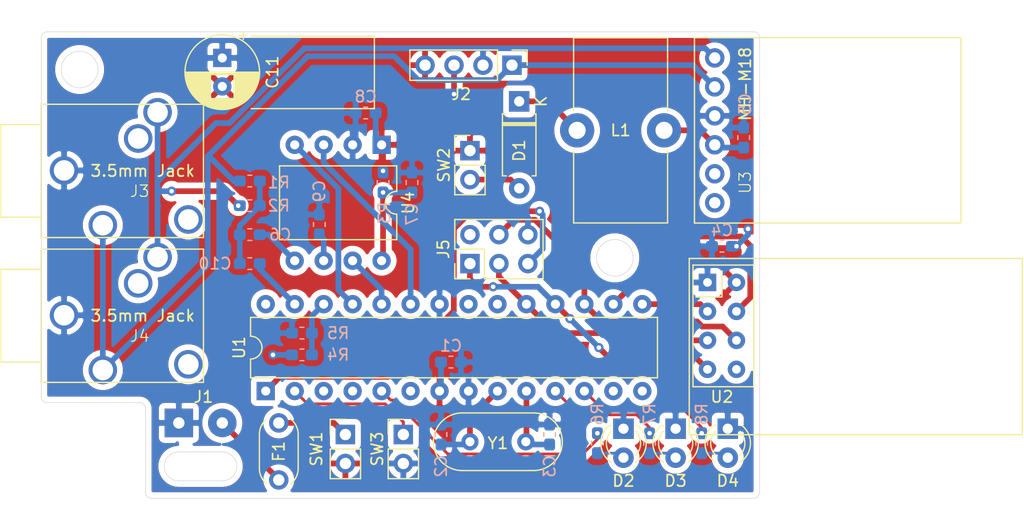
<source format=kicad_pcb>
(kicad_pcb (version 20171130) (host pcbnew 5.1.5-52549c5~84~ubuntu18.04.1)
  (layers (0 F.Cu signal) (31 B.Cu signal) (34 B.Paste user) (35 F.Paste user) (36 B.SilkS user) (37 F.SilkS user) (38 B.Mask user) (39 F.Mask user) (44 Edge.Cuts user))
  (net 0 "")
  (net 1 GND)
  (net 2 VCC)
  (net 3 "Net-(C2-Pad2)")
  (net 4 "Net-(C3-Pad2)")
  (net 5 "Net-(C5-Pad1)")
  (net 6 AUDIO)
  (net 7 "Net-(C7-Pad2)")
  (net 8 "Net-(C9-Pad2)")
  (net 9 "Net-(F1-Pad1)")
  (net 10 "Net-(F1-Pad2)")
  (net 11 "Net-(J2-Pad2)")
  (net 12 BATMONITOR)
  (net 13 Radio1)
  (net 14 Radio2)
  (net 15 "Net-(U1-Pad3)")
  (net 16 Radio5)
  (net 17 "Net-(U1-Pad6)")
  (net 18 "Net-(U1-Pad20)")
  (net 19 "Net-(U1-Pad21)")
  (net 20 EQOUT)
  (net 21 EQRESET)
  (net 22 EQSTROBE)
  (net 23 "Net-(U1-Pad13)")
  (net 24 "Net-(U1-Pad14)")
  (net 25 "Net-(U1-Pad28)")
  (net 26 "Net-(U2-Pad8)")
  (net 27 "Net-(U3-Pad1)")
  (net 28 "Net-(U3-Pad2)")
  (net 29 "Net-(J2-Pad1)")
  (net 30 "Net-(C6-Pad1)")
  (net 31 "Net-(C10-Pad2)")
  (net 32 "Net-(D1-Pad1)")
  (net 33 "Net-(D1-Pad2)")
  (net 34 "Net-(U1-Pad4)")
  (net 35 MISO)
  (net 36 VTG)
  (net 37 MOSI)
  (net 38 RST)
  (net 39 "Net-(D2-Pad2)")
  (net 40 "Net-(D3-Pad2)")
  (net 41 "Net-(D4-Pad2)")
  (net 42 "Net-(R6-Pad1)")
  (net 43 "Net-(R7-Pad1)")
  (net 44 "Net-(R8-Pad1)")
  (net 45 "Net-(SW3-Pad1)")
  (module Connector_Wire:SolderWirePad_1x02_P3.81mm_Drill1mm (layer F.Cu) (at 90.805 86.614)
    (fp_text reference J1 (at 2.159 -2.286) (layer F.SilkS))
    (fp_text value Conn_01x02)
    (pad 1 thru_hole rect (at 0 0) (size 2.49936 2.49936) (drill 1.00076) (layers *.Cu *.Mask) (net 1 GND))
    (pad 2 thru_hole circle (at 3.81 0) (size 2.49936 2.49936) (drill 1.00076) (layers *.Cu *.Mask) (net 10 "Net-(F1-Pad2)"))
  )
  (module Package_DIP:DIP-28_W7.62mm (layer F.Cu) (at 98.425 83.82 90)
    (fp_text reference U1 (at 3.81 -2.33 90) (layer F.SilkS))
    (fp_text value ATmega328P-PU)
    (pad 1 thru_hole rect (at 0 0 90) (size 1.6 1.6) (drill 0.8) (layers *.Cu *.Mask) (net 38 RST))
    (pad 15 thru_hole oval (at 7.62 33.02 90) (size 1.6 1.6) (drill 0.8) (layers *.Cu *.Mask) (net 13 Radio1))
    (pad 2 thru_hole oval (at 0 2.54 90) (size 1.6 1.6) (drill 0.8) (layers *.Cu *.Mask) (net 45 "Net-(SW3-Pad1)"))
    (pad 16 thru_hole oval (at 7.62 30.48 90) (size 1.6 1.6) (drill 0.8) (layers *.Cu *.Mask) (net 14 Radio2))
    (pad 3 thru_hole oval (at 0 5.08 90) (size 1.6 1.6) (drill 0.8) (layers *.Cu *.Mask) (net 15 "Net-(U1-Pad3)"))
    (pad 17 thru_hole oval (at 7.62 27.94 90) (size 1.6 1.6) (drill 0.8) (layers *.Cu *.Mask) (net 37 MOSI))
    (pad 4 thru_hole oval (at 0 7.62 90) (size 1.6 1.6) (drill 0.8) (layers *.Cu *.Mask) (net 34 "Net-(U1-Pad4)"))
    (pad 18 thru_hole oval (at 7.62 25.4 90) (size 1.6 1.6) (drill 0.8) (layers *.Cu *.Mask) (net 35 MISO))
    (pad 5 thru_hole oval (at 0 10.16 90) (size 1.6 1.6) (drill 0.8) (layers *.Cu *.Mask) (net 42 "Net-(R6-Pad1)"))
    (pad 19 thru_hole oval (at 7.62 22.86 90) (size 1.6 1.6) (drill 0.8) (layers *.Cu *.Mask) (net 16 Radio5))
    (pad 6 thru_hole oval (at 0 12.7 90) (size 1.6 1.6) (drill 0.8) (layers *.Cu *.Mask) (net 17 "Net-(U1-Pad6)"))
    (pad 20 thru_hole oval (at 7.62 20.32 90) (size 1.6 1.6) (drill 0.8) (layers *.Cu *.Mask) (net 18 "Net-(U1-Pad20)"))
    (pad 7 thru_hole oval (at 0 15.24 90) (size 1.6 1.6) (drill 0.8) (layers *.Cu *.Mask) (net 2 VCC))
    (pad 21 thru_hole oval (at 7.62 17.78 90) (size 1.6 1.6) (drill 0.8) (layers *.Cu *.Mask) (net 19 "Net-(U1-Pad21)"))
    (pad 8 thru_hole oval (at 0 17.78 90) (size 1.6 1.6) (drill 0.8) (layers *.Cu *.Mask) (net 1 GND))
    (pad 22 thru_hole oval (at 7.62 15.24 90) (size 1.6 1.6) (drill 0.8) (layers *.Cu *.Mask) (net 1 GND))
    (pad 9 thru_hole oval (at 0 20.32 90) (size 1.6 1.6) (drill 0.8) (layers *.Cu *.Mask) (net 3 "Net-(C2-Pad2)"))
    (pad 23 thru_hole oval (at 7.62 12.7 90) (size 1.6 1.6) (drill 0.8) (layers *.Cu *.Mask) (net 20 EQOUT))
    (pad 10 thru_hole oval (at 0 22.86 90) (size 1.6 1.6) (drill 0.8) (layers *.Cu *.Mask) (net 4 "Net-(C3-Pad2)"))
    (pad 24 thru_hole oval (at 7.62 10.16 90) (size 1.6 1.6) (drill 0.8) (layers *.Cu *.Mask) (net 21 EQRESET))
    (pad 11 thru_hole oval (at 0 25.4 90) (size 1.6 1.6) (drill 0.8) (layers *.Cu *.Mask) (net 43 "Net-(R7-Pad1)"))
    (pad 25 thru_hole oval (at 7.62 7.62 90) (size 1.6 1.6) (drill 0.8) (layers *.Cu *.Mask) (net 22 EQSTROBE))
    (pad 12 thru_hole oval (at 0 27.94 90) (size 1.6 1.6) (drill 0.8) (layers *.Cu *.Mask) (net 44 "Net-(R8-Pad1)"))
    (pad 26 thru_hole oval (at 7.62 5.08 90) (size 1.6 1.6) (drill 0.8) (layers *.Cu *.Mask) (net 12 BATMONITOR))
    (pad 13 thru_hole oval (at 0 30.48 90) (size 1.6 1.6) (drill 0.8) (layers *.Cu *.Mask) (net 23 "Net-(U1-Pad13)"))
    (pad 27 thru_hole oval (at 7.62 2.54 90) (size 1.6 1.6) (drill 0.8) (layers *.Cu *.Mask) (net 31 "Net-(C10-Pad2)"))
    (pad 14 thru_hole oval (at 0 33.02 90) (size 1.6 1.6) (drill 0.8) (layers *.Cu *.Mask) (net 24 "Net-(U1-Pad14)"))
    (pad 28 thru_hole oval (at 7.62 0 90) (size 1.6 1.6) (drill 0.8) (layers *.Cu *.Mask) (net 25 "Net-(U1-Pad28)"))
  )
  (module RF_Module:nRF24L01_Breakout (layer F.Cu) (at 137.16 74.295)
    (fp_text reference U2 (at 1.27 10.033 180) (layer F.SilkS))
    (fp_text value NRF24L01_Breakout)
    (pad 1 thru_hole rect (at 0 0) (size 1.524 1.524) (drill 0.762) (layers *.Cu *.Mask) (net 1 GND))
    (pad 2 thru_hole circle (at 2.54 0) (size 1.524 1.524) (drill 0.762) (layers *.Cu *.Mask) (net 2 VCC))
    (pad 3 thru_hole circle (at 0 2.54) (size 1.524 1.524) (drill 0.762) (layers *.Cu *.Mask) (net 13 Radio1))
    (pad 4 thru_hole circle (at 2.54 2.54) (size 1.524 1.524) (drill 0.762) (layers *.Cu *.Mask) (net 14 Radio2))
    (pad 5 thru_hole circle (at 0 5.08) (size 1.524 1.524) (drill 0.762) (layers *.Cu *.Mask) (net 16 Radio5))
    (pad 6 thru_hole circle (at 2.54 5.08) (size 1.524 1.524) (drill 0.762) (layers *.Cu *.Mask) (net 37 MOSI))
    (pad 7 thru_hole circle (at 0 7.62) (size 1.524 1.524) (drill 0.762) (layers *.Cu *.Mask) (net 35 MISO))
    (pad 8 thru_hole circle (at 2.54 7.62) (size 1.524 1.524) (drill 0.762) (layers *.Cu *.Mask) (net 26 "Net-(U2-Pad8)"))
  )
  (module Package_DIP:DIP-8_W10.16mm (layer F.Cu) (at 108.585 62.23 270)
    (fp_text reference U4 (at 5.08 -2.33 90) (layer F.SilkS))
    (fp_text value MSGEQ7)
    (pad 1 thru_hole rect (at 0 0 270) (size 1.6 1.6) (drill 0.8) (layers *.Cu *.Mask) (net 2 VCC))
    (pad 5 thru_hole oval (at 10.16 7.62 270) (size 1.6 1.6) (drill 0.8) (layers *.Cu *.Mask) (net 30 "Net-(C6-Pad1)"))
    (pad 2 thru_hole oval (at 0 2.54 270) (size 1.6 1.6) (drill 0.8) (layers *.Cu *.Mask) (net 1 GND))
    (pad 6 thru_hole oval (at 10.16 5.08 270) (size 1.6 1.6) (drill 0.8) (layers *.Cu *.Mask) (net 8 "Net-(C9-Pad2)"))
    (pad 3 thru_hole oval (at 0 5.08 270) (size 1.6 1.6) (drill 0.8) (layers *.Cu *.Mask) (net 20 EQOUT))
    (pad 7 thru_hole oval (at 10.16 2.54 270) (size 1.6 1.6) (drill 0.8) (layers *.Cu *.Mask) (net 21 EQRESET))
    (pad 4 thru_hole oval (at 0 7.62 270) (size 1.6 1.6) (drill 0.8) (layers *.Cu *.Mask) (net 22 EQSTROBE))
    (pad 8 thru_hole oval (at 10.16 0 270) (size 1.6 1.6) (drill 0.8) (layers *.Cu *.Mask) (net 7 "Net-(C7-Pad2)"))
  )
  (module Crystal:Crystal_HC18-U_Vertical (layer F.Cu) (at 116.332 88.265)
    (fp_text reference Y1 (at 2.45 0.127) (layer F.SilkS))
    (fp_text value 16Mhz)
    (pad 2 thru_hole circle (at 4.9 0) (size 1.5 1.5) (drill 0.8) (layers *.Cu *.Mask) (net 4 "Net-(C3-Pad2)"))
    (pad 1 thru_hole circle (at 0 0) (size 1.5 1.5) (drill 0.8) (layers *.Cu *.Mask) (net 3 "Net-(C2-Pad2)"))
  )
  (module Connector_PinHeader_2.54mm:PinHeader_1x04_P2.54mm_Vertical (layer F.Cu) (at 120.015 55.245 270)
    (fp_text reference J2 (at 2.54 4.445 180) (layer F.SilkS))
    (fp_text value Conn_01x04)
    (pad 1 thru_hole rect (at 0 0 270) (size 1.7 1.7) (drill 1) (layers *.Cu *.Mask) (net 29 "Net-(J2-Pad1)"))
    (pad 2 thru_hole oval (at 0 2.54 270) (size 1.7 1.7) (drill 1) (layers *.Cu *.Mask) (net 11 "Net-(J2-Pad2)"))
    (pad 3 thru_hole oval (at 0 5.08 270) (size 1.7 1.7) (drill 1) (layers *.Cu *.Mask) (net 1 GND))
    (pad 4 thru_hole oval (at 0 7.62 270) (size 1.7 1.7) (drill 1) (layers *.Cu *.Mask) (net 2 VCC))
  )
  (module Capacitor_SMD:C_0603_1608Metric_Pad1.05x0.95mm_HandSolder (layer B.Cu) (at 97.028 72.644)
    (fp_text reference C10 (at -3.048 0) (layer B.SilkS) (effects (justify mirror)))
    (fp_text value 10nF)
    (pad 1 smd roundrect (at -0.875 0) (size 1.05 0.95) (layers B.Cu B.Paste B.Mask) (net 6 AUDIO))
    (pad 2 smd roundrect (at 0.875 0) (size 1.05 0.95) (layers B.Cu B.Paste B.Mask) (net 31 "Net-(C10-Pad2)"))
  )
  (module Capacitor_SMD:C_0603_1608Metric_Pad1.05x0.95mm_HandSolder (layer B.Cu) (at 114.667 81.28 180)
    (fp_text reference C1 (at 0 1.43 180) (layer B.SilkS) (effects (justify mirror)))
    (fp_text value 10uF)
    (pad 2 smd roundrect (at 0.875 0 180) (size 1.05 0.95) (layers B.Cu B.Paste B.Mask) (net 2 VCC))
    (pad 1 smd roundrect (at -0.875 0 180) (size 1.05 0.95) (layers B.Cu B.Paste B.Mask) (net 1 GND))
  )
  (module Capacitor_SMD:C_0603_1608Metric_Pad1.05x0.95mm_HandSolder (layer B.Cu) (at 113.792 87.63 270)
    (fp_text reference C2 (at 2.794 0 270) (layer B.SilkS) (effects (justify mirror)))
    (fp_text value 22pF)
    (pad 2 smd roundrect (at 0.875 0 270) (size 1.05 0.95) (layers B.Cu B.Paste B.Mask) (net 3 "Net-(C2-Pad2)"))
    (pad 1 smd roundrect (at -0.875 0 270) (size 1.05 0.95) (layers B.Cu B.Paste B.Mask) (net 1 GND))
  )
  (module Capacitor_SMD:C_0603_1608Metric_Pad1.05x0.95mm_HandSolder (layer B.Cu) (at 123.317 87.63 270)
    (fp_text reference C3 (at 2.794 0 270) (layer B.SilkS) (effects (justify mirror)))
    (fp_text value 22pF)
    (pad 2 smd roundrect (at 0.875 0 270) (size 1.05 0.95) (layers B.Cu B.Paste B.Mask) (net 4 "Net-(C3-Pad2)"))
    (pad 1 smd roundrect (at -0.875 0 270) (size 1.05 0.95) (layers B.Cu B.Paste B.Mask) (net 1 GND))
  )
  (module Capacitor_SMD:C_0603_1608Metric_Pad1.05x0.95mm_HandSolder (layer B.Cu) (at 138.43 71.12)
    (fp_text reference C4 (at 0 -1.397 180) (layer B.SilkS) (effects (justify mirror)))
    (fp_text value 10uF)
    (pad 2 smd roundrect (at 0.875 0) (size 1.05 0.95) (layers B.Cu B.Paste B.Mask) (net 2 VCC))
    (pad 1 smd roundrect (at -0.875 0) (size 1.05 0.95) (layers B.Cu B.Paste B.Mask) (net 1 GND))
  )
  (module Capacitor_SMD:C_0603_1608Metric_Pad1.05x0.95mm_HandSolder (layer B.Cu) (at 140.335 61.595 90)
    (fp_text reference C5 (at 2.921 0.127 270) (layer B.SilkS) (effects (justify mirror)))
    (fp_text value 10uF)
    (pad 1 smd roundrect (at -0.875 0 90) (size 1.05 0.95) (layers B.Cu B.Paste B.Mask) (net 5 "Net-(C5-Pad1)"))
    (pad 2 smd roundrect (at 0.875 0 90) (size 1.05 0.95) (layers B.Cu B.Paste B.Mask) (net 1 GND))
  )
  (module Capacitor_SMD:C_0603_1608Metric_Pad1.05x0.95mm_HandSolder (layer B.Cu) (at 97.028 70.104 180)
    (fp_text reference C6 (at -2.667 0) (layer B.SilkS) (effects (justify mirror)))
    (fp_text value 10nF)
    (pad 2 smd roundrect (at 0.875 0 180) (size 1.05 0.95) (layers B.Cu B.Paste B.Mask) (net 6 AUDIO))
    (pad 1 smd roundrect (at -0.875 0 180) (size 1.05 0.95) (layers B.Cu B.Paste B.Mask) (net 30 "Net-(C6-Pad1)"))
  )
  (module Capacitor_SMD:C_0603_1608Metric_Pad1.05x0.95mm_HandSolder (layer B.Cu) (at 111.252 65.532 270)
    (fp_text reference C7 (at 2.794 0 90) (layer B.SilkS) (effects (justify mirror)))
    (fp_text value 33pF)
    (pad 1 smd roundrect (at -0.875 0 270) (size 1.05 0.95) (layers B.Cu B.Paste B.Mask) (net 1 GND))
    (pad 2 smd roundrect (at 0.875 0 270) (size 1.05 0.95) (layers B.Cu B.Paste B.Mask) (net 7 "Net-(C7-Pad2)"))
  )
  (module Capacitor_SMD:C_0603_1608Metric_Pad1.05x0.95mm_HandSolder (layer B.Cu) (at 107.188 59.436 180)
    (fp_text reference C8 (at 0 1.43) (layer B.SilkS) (effects (justify mirror)))
    (fp_text value 100nF)
    (pad 1 smd roundrect (at -0.875 0 180) (size 1.05 0.95) (layers B.Cu B.Paste B.Mask) (net 2 VCC))
    (pad 2 smd roundrect (at 0.875 0 180) (size 1.05 0.95) (layers B.Cu B.Paste B.Mask) (net 1 GND))
  )
  (module Capacitor_SMD:C_0603_1608Metric_Pad1.05x0.95mm_HandSolder (layer B.Cu) (at 103.124 69.215 270)
    (fp_text reference C9 (at -2.921 0 90) (layer B.SilkS) (effects (justify mirror)))
    (fp_text value 100nF)
    (pad 1 smd roundrect (at -0.875 0 270) (size 1.05 0.95) (layers B.Cu B.Paste B.Mask) (net 1 GND))
    (pad 2 smd roundrect (at 0.875 0 270) (size 1.05 0.95) (layers B.Cu B.Paste B.Mask) (net 8 "Net-(C9-Pad2)"))
  )
  (module Inductor_THT:L_Toroid_Vertical_L16.0mm_W8.0mm_P7.62mm (layer F.Cu) (at 125.73 60.96 90)
    (fp_text reference L1 (at 0 3.81 180) (layer F.SilkS))
    (fp_text value 100mH)
    (pad 1 thru_hole circle (at 0 0 90) (size 3 3) (drill 1.5) (layers *.Cu *.Mask) (net 32 "Net-(D1-Pad1)"))
    (pad 2 thru_hole circle (at 0 7.62 90) (size 3 3) (drill 1.5) (layers *.Cu *.Mask) (net 5 "Net-(C5-Pad1)"))
  )
  (module Resistor_SMD:R_0603_1608Metric_Pad1.05x0.95mm_HandSolder (layer B.Cu) (at 97.028 67.564 180)
    (fp_text reference R1 (at -2.54 2.032) (layer B.SilkS) (effects (justify mirror)))
    (fp_text value 22k)
    (pad 2 smd roundrect (at 0.875 0 180) (size 1.05 0.95) (layers B.Cu B.Paste B.Mask) (net 11 "Net-(J2-Pad2)"))
    (pad 1 smd roundrect (at -0.875 0 180) (size 1.05 0.95) (layers B.Cu B.Paste B.Mask) (net 6 AUDIO))
  )
  (module Resistor_SMD:R_0603_1608Metric_Pad1.05x0.95mm_HandSolder (layer B.Cu) (at 97.028 65.405 180)
    (fp_text reference R2 (at -2.54 -2.159) (layer B.SilkS) (effects (justify mirror)))
    (fp_text value 22k)
    (pad 2 smd roundrect (at 0.875 0 180) (size 1.05 0.95) (layers B.Cu B.Paste B.Mask) (net 29 "Net-(J2-Pad1)"))
    (pad 1 smd roundrect (at -0.875 0 180) (size 1.05 0.95) (layers B.Cu B.Paste B.Mask) (net 6 AUDIO))
  )
  (module Resistor_SMD:R_0603_1608Metric_Pad1.05x0.95mm_HandSolder (layer B.Cu) (at 108.712 65.532 270)
    (fp_text reference R3 (at 2.667 -0.127 90) (layer B.SilkS) (effects (justify mirror)))
    (fp_text value R)
    (pad 1 smd roundrect (at -0.875 0 270) (size 1.05 0.95) (layers B.Cu B.Paste B.Mask) (net 2 VCC))
    (pad 2 smd roundrect (at 0.875 0 270) (size 1.05 0.95) (layers B.Cu B.Paste B.Mask) (net 7 "Net-(C7-Pad2)"))
  )
  (module Resistor_SMD:R_0603_1608Metric_Pad1.05x0.95mm_HandSolder (layer B.Cu) (at 101.6 80.645 180)
    (fp_text reference R4 (at -3.175 0) (layer B.SilkS) (effects (justify mirror)))
    (fp_text value R)
    (pad 2 smd roundrect (at 0.875 0 180) (size 1.05 0.95) (layers B.Cu B.Paste B.Mask) (net 2 VCC))
    (pad 1 smd roundrect (at -0.875 0 180) (size 1.05 0.95) (layers B.Cu B.Paste B.Mask) (net 12 BATMONITOR))
  )
  (module Resistor_SMD:R_0603_1608Metric_Pad1.05x0.95mm_HandSolder (layer B.Cu) (at 101.6 78.74)
    (fp_text reference R5 (at 3.175 0) (layer B.SilkS) (effects (justify mirror)))
    (fp_text value R)
    (pad 1 smd roundrect (at -0.875 0) (size 1.05 0.95) (layers B.Cu B.Paste B.Mask) (net 1 GND))
    (pad 2 smd roundrect (at 0.875 0) (size 1.05 0.95) (layers B.Cu B.Paste B.Mask) (net 12 BATMONITOR))
  )
  (module Diode_THT:D_A-405_P7.62mm_Horizontal (layer F.Cu) (at 120.65 58.42 270)
    (fp_text reference D1 (at 4.318 0 90) (layer F.SilkS))
    (fp_text value D)
    (fp_text user K (at 0 -1.9 90) (layer F.SilkS))
    (pad 1 thru_hole rect (at 0 0 270) (size 1.8 1.8) (drill 0.9) (layers *.Cu *.Mask) (net 32 "Net-(D1-Pad1)"))
    (pad 2 thru_hole oval (at 7.62 0 270) (size 1.8 1.8) (drill 0.9) (layers *.Cu *.Mask) (net 33 "Net-(D1-Pad2)"))
  )
  (module Crystal:Resonator-2Pin_W6.0mm_H3.0mm (layer F.Cu) (at 99.568 86.614 270)
    (fp_text reference F1 (at 2.5 0 90) (layer F.SilkS))
    (fp_text value Polyfuse)
    (pad 1 thru_hole circle (at 0 0 270) (size 1.7 1.7) (drill 1) (layers *.Cu *.Mask) (net 9 "Net-(F1-Pad1)"))
    (pad 2 thru_hole circle (at 5 0 270) (size 1.7 1.7) (drill 1) (layers *.Cu *.Mask) (net 10 "Net-(F1-Pad2)"))
  )
  (module Capacitor_THT:CP_Radial_D6.3mm_P2.50mm (layer F.Cu) (at 94.615 54.61 270)
    (fp_text reference C11 (at 1.25 -4.4 90) (layer F.SilkS))
    (fp_text value 100uF)
    (pad 1 thru_hole rect (at 0 0 270) (size 1.6 1.6) (drill 0.8) (layers *.Cu *.Mask) (net 1 GND))
    (pad 2 thru_hole circle (at 2.5 0 270) (size 1.6 1.6) (drill 0.8) (layers *.Cu *.Mask) (net 2 VCC))
  )
  (module kicad-custom-parts:MH-M18_Bluetooth_Audio (layer F.Cu) (at 137.795 54.61)
    (fp_text reference U3 (at 2.667 10.922 270) (layer F.SilkS) (effects (font (thickness 0.1))))
    (fp_text value MH-M18)
    (fp_text user MH-M18 (at 2.667 2.286 90) (layer F.SilkS))
    (pad 4 thru_hole oval (at 0 5.08) (size 1.7 1.7) (drill 1) (layers *.Cu *.Mask) (net 1 GND))
    (pad 3 thru_hole oval (at 0 7.62) (size 1.7 1.7) (drill 1) (layers *.Cu *.Mask) (net 5 "Net-(C5-Pad1)"))
    (pad 2 thru_hole oval (at 0 10.16) (size 1.7 1.7) (drill 1) (layers *.Cu *.Mask) (net 28 "Net-(U3-Pad2)"))
    (pad 1 thru_hole oval (at 0 12.7) (size 1.7 1.7) (drill 1) (layers *.Cu *.Mask) (net 27 "Net-(U3-Pad1)"))
    (pad 6 thru_hole oval (at 0 0) (size 1.7 1.7) (drill 1) (layers *.Cu *.Mask) (net 11 "Net-(J2-Pad2)"))
    (pad 5 thru_hole oval (at 0 2.54) (size 1.7 1.7) (drill 1) (layers *.Cu *.Mask) (net 29 "Net-(J2-Pad1)"))
  )
  (module Connector_PinHeader_2.54mm:PinHeader_2x03_P2.54mm_Vertical (layer F.Cu) (at 116.332 72.644 90)
    (fp_text reference J5 (at 1.27 -2.33 90) (layer F.SilkS))
    (fp_text value Conn_02x03_Odd_Even)
    (pad 1 thru_hole rect (at 0 0 90) (size 1.7 1.7) (drill 1) (layers *.Cu *.Mask) (net 35 MISO))
    (pad 2 thru_hole oval (at 2.54 0 90) (size 1.7 1.7) (drill 1) (layers *.Cu *.Mask) (net 36 VTG))
    (pad 3 thru_hole oval (at 0 2.54 90) (size 1.7 1.7) (drill 1) (layers *.Cu *.Mask) (net 16 Radio5))
    (pad 4 thru_hole oval (at 2.54 2.54 90) (size 1.7 1.7) (drill 1) (layers *.Cu *.Mask) (net 37 MOSI))
    (pad 5 thru_hole oval (at 0 5.08 90) (size 1.7 1.7) (drill 1) (layers *.Cu *.Mask) (net 38 RST))
    (pad 6 thru_hole oval (at 2.54 5.08 90) (size 1.7 1.7) (drill 1) (layers *.Cu *.Mask) (net 1 GND))
  )
  (module kicad-custom-parts:3.5mm_Stereo_Jack (layer F.Cu) (at 78.74 58.674)
    (fp_text reference J3 (at 8.636 7.62 180) (layer F.SilkS) (effects (font (thickness 0.1))))
    (fp_text value AudioJack3)
    (fp_text user "3.5mm Jack" (at 8.89 5.842) (layer F.SilkS))
    (pad S thru_hole oval (at 2 5.8) (size 2.5 2.5) (drill 1.8) (layers *.Cu *.Mask) (net 1 GND))
    (pad T thru_hole oval (at 5.4 10.6) (size 2.5 2.5) (drill 1.8) (layers *.Cu *.Mask) (net 29 "Net-(J2-Pad1)"))
    (pad 3 thru_hole oval (at 8.5 3) (size 2.5 2.5) (drill 1.8) (layers *.Cu *.Mask))
    (pad R thru_hole oval (at 10.2 0.7) (size 2.5 2.5) (drill 1.8) (layers *.Cu *.Mask) (net 11 "Net-(J2-Pad2)"))
    (pad 5 thru_hole oval (at 12.9 10.1) (size 2.5 2.5) (drill 1.8) (layers *.Cu *.Mask))
  )
  (module kicad-custom-parts:3.5mm_Stereo_Jack (layer F.Cu) (at 78.74 71.374)
    (fp_text reference J4 (at 8.636 7.62 180) (layer F.SilkS) (effects (font (thickness 0.1))))
    (fp_text value AudioJack3)
    (fp_text user "3.5mm Jack" (at 8.89 5.842) (layer F.SilkS))
    (pad 5 thru_hole oval (at 12.9 10.1) (size 2.5 2.5) (drill 1.8) (layers *.Cu *.Mask))
    (pad R thru_hole oval (at 10.2 0.7) (size 2.5 2.5) (drill 1.8) (layers *.Cu *.Mask) (net 11 "Net-(J2-Pad2)"))
    (pad 3 thru_hole oval (at 8.5 3) (size 2.5 2.5) (drill 1.8) (layers *.Cu *.Mask))
    (pad T thru_hole oval (at 5.4 10.6) (size 2.5 2.5) (drill 1.8) (layers *.Cu *.Mask) (net 29 "Net-(J2-Pad1)"))
    (pad S thru_hole oval (at 2 5.8) (size 2.5 2.5) (drill 1.8) (layers *.Cu *.Mask) (net 1 GND))
  )
  (module LED_THT:LED_D3.0mm (layer F.Cu) (at 129.794 87.122 270)
    (fp_text reference D2 (at 4.572 0 180) (layer F.SilkS))
    (fp_text value LED)
    (pad 1 thru_hole rect (at 0 0 270) (size 1.8 1.8) (drill 0.9) (layers *.Cu *.Mask) (net 1 GND))
    (pad 2 thru_hole circle (at 2.54 0 270) (size 1.8 1.8) (drill 0.9) (layers *.Cu *.Mask) (net 39 "Net-(D2-Pad2)"))
  )
  (module LED_THT:LED_D3.0mm (layer F.Cu) (at 134.366 87.122 270)
    (fp_text reference D3 (at 4.572 0 180) (layer F.SilkS))
    (fp_text value LED)
    (pad 2 thru_hole circle (at 2.54 0 270) (size 1.8 1.8) (drill 0.9) (layers *.Cu *.Mask) (net 40 "Net-(D3-Pad2)"))
    (pad 1 thru_hole rect (at 0 0 270) (size 1.8 1.8) (drill 0.9) (layers *.Cu *.Mask) (net 1 GND))
  )
  (module LED_THT:LED_D3.0mm (layer F.Cu) (at 138.938 87.122 270)
    (fp_text reference D4 (at 4.572 0 180) (layer F.SilkS))
    (fp_text value LED)
    (pad 1 thru_hole rect (at 0 0 270) (size 1.8 1.8) (drill 0.9) (layers *.Cu *.Mask) (net 1 GND))
    (pad 2 thru_hole circle (at 2.54 0 270) (size 1.8 1.8) (drill 0.9) (layers *.Cu *.Mask) (net 41 "Net-(D4-Pad2)"))
  )
  (module Resistor_SMD:R_0603_1608Metric_Pad1.05x0.95mm_HandSolder (layer B.Cu) (at 127.508 88.392 270)
    (fp_text reference R6 (at -2.54 0 90) (layer B.SilkS) (effects (justify mirror)))
    (fp_text value R)
    (pad 1 smd roundrect (at -0.875 0 270) (size 1.05 0.95) (layers B.Cu B.Paste B.Mask) (net 42 "Net-(R6-Pad1)"))
    (pad 2 smd roundrect (at 0.875 0 270) (size 1.05 0.95) (layers B.Cu B.Paste B.Mask) (net 39 "Net-(D2-Pad2)"))
  )
  (module Resistor_SMD:R_0603_1608Metric_Pad1.05x0.95mm_HandSolder (layer B.Cu) (at 132.08 88.392 270)
    (fp_text reference R7 (at -2.54 0 270) (layer B.SilkS) (effects (justify mirror)))
    (fp_text value R)
    (pad 2 smd roundrect (at 0.875 0 270) (size 1.05 0.95) (layers B.Cu B.Paste B.Mask) (net 40 "Net-(D3-Pad2)"))
    (pad 1 smd roundrect (at -0.875 0 270) (size 1.05 0.95) (layers B.Cu B.Paste B.Mask) (net 43 "Net-(R7-Pad1)"))
  )
  (module Resistor_SMD:R_0603_1608Metric_Pad1.05x0.95mm_HandSolder (layer B.Cu) (at 136.652 88.392 270)
    (fp_text reference R8 (at -2.54 0 270) (layer B.SilkS) (effects (justify mirror)))
    (fp_text value R)
    (pad 1 smd roundrect (at -0.875 0 270) (size 1.05 0.95) (layers B.Cu B.Paste B.Mask) (net 44 "Net-(R8-Pad1)"))
    (pad 2 smd roundrect (at 0.875 0 270) (size 1.05 0.95) (layers B.Cu B.Paste B.Mask) (net 41 "Net-(D4-Pad2)"))
  )
  (module Connector_PinHeader_2.54mm:PinHeader_1x02_P2.54mm_Vertical (layer F.Cu) (at 110.49 87.63)
    (fp_text reference SW3 (at -2.286 1.27 90) (layer F.SilkS))
    (fp_text value SW_Push)
    (pad 1 thru_hole rect (at 0 0) (size 1.7 1.7) (drill 1) (layers *.Cu *.Mask) (net 45 "Net-(SW3-Pad1)"))
    (pad 2 thru_hole oval (at 0 2.54) (size 1.7 1.7) (drill 1) (layers *.Cu *.Mask) (net 1 GND))
  )
  (module Connector_PinHeader_2.54mm:PinHeader_1x02_P2.54mm_Vertical (layer F.Cu) (at 105.41 87.63)
    (fp_text reference SW1 (at -2.54 1.27 90) (layer F.SilkS))
    (fp_text value SW_SPST)
    (pad 1 thru_hole rect (at 0 0) (size 1.7 1.7) (drill 1) (layers *.Cu *.Mask) (net 9 "Net-(F1-Pad1)"))
    (pad 2 thru_hole oval (at 0 2.54) (size 1.7 1.7) (drill 1) (layers *.Cu *.Mask) (net 2 VCC))
  )
  (module Connector_PinHeader_2.54mm:PinHeader_1x02_P2.54mm_Vertical (layer F.Cu) (at 116.332 62.738)
    (fp_text reference SW2 (at -2.286 1.27 90) (layer F.SilkS))
    (fp_text value SW_SPST)
    (pad 1 thru_hole rect (at 0 0) (size 1.7 1.7) (drill 1) (layers *.Cu *.Mask) (net 2 VCC))
    (pad 2 thru_hole oval (at 0 2.54) (size 1.7 1.7) (drill 1) (layers *.Cu *.Mask) (net 33 "Net-(D1-Pad2)"))
  )
  (gr_circle (center 82.1055 55.626) (end 83.6295 56.134) (layer Edge.Cuts) (width 0.05))
  (gr_circle (center 129.032 72.136) (end 130.556 72.644) (layer Edge.Cuts) (width 0.05))
  (gr_arc (start 141.224 92.71) (end 141.224 93.218) (angle -90) (layer Edge.Cuts) (width 0.05))
  (gr_arc (start 88.392 92.71) (end 87.884 92.71) (angle -90) (layer Edge.Cuts) (width 0.05))
  (gr_arc (start 87.376 85.344) (end 87.884 85.344) (angle -90) (layer Edge.Cuts) (width 0.05))
  (gr_arc (start 79.248 84.328) (end 78.74 84.328) (angle -90) (layer Edge.Cuts) (width 0.05))
  (gr_arc (start 79.248 52.832) (end 79.248 52.324) (angle -90) (layer Edge.Cuts) (width 0.05))
  (gr_arc (start 141.224 52.832) (end 141.732 52.832) (angle -90) (layer Edge.Cuts) (width 0.05))
  (gr_line (start 141.224 93.218) (end 88.392 93.218) (layer Edge.Cuts) (width 0.05))
  (gr_line (start 141.732 52.832) (end 141.732 92.71) (layer Edge.Cuts) (width 0.05))
  (gr_line (start 87.884 85.344) (end 87.884 92.71) (layer Edge.Cuts) (width 0.05))
  (gr_line (start 79.248 84.836) (end 87.376 84.836) (layer Edge.Cuts) (width 0.05))
  (gr_line (start 79.248 52.324) (end 141.224 52.324) (layer Edge.Cuts) (width 0.05))
  (gr_line (start 107.95 52.705) (end 97.155 52.705) (layer F.SilkS) (width 0.12))
  (gr_line (start 107.95 59.055) (end 97.155 59.055) (layer F.SilkS) (width 0.12))
  (gr_line (start 107.95 52.705) (end 107.95 59.055) (layer F.SilkS) (width 0.12))
  (gr_line (start 78.74 52.832) (end 78.74 84.328) (layer Edge.Cuts) (width 0.05))
  (gr_line (start 90.805 91.694) (end 94.615 91.694) (layer Edge.Cuts) (width 0.05))
  (gr_arc (start 94.615 90.424) (end 94.615 91.694) (angle -180) (layer Edge.Cuts) (width 0.05))
  (gr_arc (start 90.805 90.424) (end 90.805 89.154) (angle -180) (layer Edge.Cuts) (width 0.05))
  (gr_line (start 90.805 89.154) (end 94.615 89.154) (layer Edge.Cuts) (width 0.05))
  (segment (start 106.313 61.962) (end 106.045 62.23) (width 0.5) (layer B.Cu) (net 1))
  (segment (start 106.313 59.436) (end 106.313 61.962) (width 0.5) (layer B.Cu) (net 1))
  (segment (start 114.935 55.245) (end 114.935 57.785) (width 0.5) (layer F.Cu) (net 1))
  (via (at 114.935 57.785) (size 0.8) (drill 0.4) (layers F.Cu B.Cu) (net 1))
  (segment (start 100.725 80.645) (end 99.06 80.645) (width 0.5) (layer B.Cu) (net 2))
  (via (at 99.06 80.645) (size 0.8) (drill 0.4) (layers F.Cu B.Cu) (net 2))
  (segment (start 108.063 61.708) (end 108.585 62.23) (width 0.5) (layer B.Cu) (net 2))
  (segment (start 108.063 59.436) (end 108.063 61.708) (width 0.5) (layer B.Cu) (net 2))
  (via (at 108.712 64.516) (size 0.8) (drill 0.4) (layers F.Cu B.Cu) (net 2))
  (segment (start 108.712 64.657) (end 108.712 64.516) (width 0.5) (layer B.Cu) (net 2))
  (segment (start 108.712 62.357) (end 108.585 62.23) (width 0.5) (layer F.Cu) (net 2))
  (segment (start 108.712 64.516) (end 108.712 62.357) (width 0.5) (layer F.Cu) (net 2))
  (segment (start 113.792 83.693) (end 113.665 83.82) (width 0.5) (layer B.Cu) (net 2))
  (segment (start 113.792 81.28) (end 113.792 83.693) (width 0.5) (layer B.Cu) (net 2))
  (via (at 139.7 71.12) (size 0.8) (drill 0.4) (layers F.Cu B.Cu) (net 2))
  (segment (start 139.305 71.12) (end 139.7 71.12) (width 0.5) (layer B.Cu) (net 2))
  (segment (start 139.7 71.12) (end 140.716 70.104) (width 0.5) (layer B.Cu) (net 2))
  (via (at 140.716 69.596) (size 0.8) (drill 0.4) (layers F.Cu B.Cu) (net 2))
  (segment (start 140.716 70.104) (end 140.716 69.596) (width 0.5) (layer B.Cu) (net 2))
  (segment (start 116.332 86.233) (end 118.745 83.82) (width 0.5) (layer F.Cu) (net 3))
  (segment (start 116.332 88.265) (end 116.332 86.233) (width 0.5) (layer F.Cu) (net 3))
  (segment (start 116.092 88.505) (end 116.332 88.265) (width 0.5) (layer B.Cu) (net 3))
  (segment (start 113.792 88.505) (end 116.092 88.505) (width 0.5) (layer B.Cu) (net 3))
  (segment (start 121.285 88.212) (end 121.232 88.265) (width 0.5) (layer F.Cu) (net 4))
  (segment (start 121.285 83.82) (end 121.285 88.212) (width 0.5) (layer F.Cu) (net 4))
  (segment (start 121.472 88.505) (end 121.232 88.265) (width 0.5) (layer B.Cu) (net 4))
  (segment (start 123.317 88.505) (end 121.472 88.505) (width 0.5) (layer B.Cu) (net 4))
  (segment (start 136.525 60.96) (end 137.795 62.23) (width 0.5) (layer F.Cu) (net 5))
  (segment (start 133.35 60.96) (end 136.525 60.96) (width 0.5) (layer F.Cu) (net 5))
  (segment (start 138.035 62.47) (end 137.795 62.23) (width 0.5) (layer B.Cu) (net 5))
  (segment (start 140.335 62.47) (end 138.035 62.47) (width 0.5) (layer B.Cu) (net 5))
  (segment (start 96.153 72.644) (end 96.153 70.104) (width 0.5) (layer B.Cu) (net 6))
  (segment (start 96.153 69.314) (end 97.903 67.564) (width 0.5) (layer B.Cu) (net 6))
  (segment (start 96.153 70.104) (end 96.153 69.314) (width 0.5) (layer B.Cu) (net 6))
  (segment (start 97.903 65.405) (end 97.903 67.564) (width 0.5) (layer B.Cu) (net 6))
  (segment (start 108.712 66.407) (end 108.712 66.548) (width 0.5) (layer B.Cu) (net 7))
  (segment (start 111.252 66.407) (end 108.712 66.407) (width 0.5) (layer B.Cu) (net 7))
  (via (at 108.712 66.407) (size 0.8) (drill 0.4) (layers F.Cu B.Cu) (net 7))
  (segment (start 108.712 72.263) (end 108.585 72.39) (width 0.5) (layer F.Cu) (net 7))
  (segment (start 108.712 66.407) (end 108.712 72.263) (width 0.5) (layer F.Cu) (net 7))
  (segment (start 103.505 70.471) (end 103.124 70.09) (width 0.5) (layer B.Cu) (net 8))
  (segment (start 103.505 72.39) (end 103.505 70.471) (width 0.5) (layer B.Cu) (net 8))
  (segment (start 104.394 86.614) (end 105.41 87.63) (width 0.5) (layer F.Cu) (net 9))
  (segment (start 99.568 86.614) (end 104.394 86.614) (width 0.5) (layer F.Cu) (net 9))
  (segment (start 99.568 91.567) (end 99.568 91.614) (width 0.5) (layer F.Cu) (net 10))
  (segment (start 94.615 86.614) (end 99.568 91.567) (width 0.5) (layer F.Cu) (net 10))
  (segment (start 95.25 60.325) (end 101.814999 53.760001) (width 0.5) (layer B.Cu) (net 11))
  (segment (start 136.945001 53.760001) (end 137.795 54.61) (width 0.5) (layer B.Cu) (net 11))
  (segment (start 117.689999 53.760001) (end 117.475 53.975) (width 0.5) (layer B.Cu) (net 11))
  (segment (start 117.689999 53.760001) (end 136.945001 53.760001) (width 0.5) (layer B.Cu) (net 11))
  (segment (start 117.475 53.975) (end 117.475 55.245) (width 0.5) (layer B.Cu) (net 11))
  (segment (start 94.058998 60.325) (end 88.94 65.443998) (width 0.5) (layer B.Cu) (net 11))
  (segment (start 95.25 60.325) (end 94.058998 60.325) (width 0.5) (layer B.Cu) (net 11))
  (via (at 96.012 67.564) (size 0.8) (drill 0.4) (layers F.Cu B.Cu) (net 11))
  (segment (start 96.153 67.564) (end 96.012 67.564) (width 0.5) (layer B.Cu) (net 11))
  (segment (start 88.991766 67.564) (end 88.94 67.512234) (width 0.5) (layer B.Cu) (net 11))
  (segment (start 101.814999 53.760001) (end 117.689999 53.760001) (width 0.5) (layer B.Cu) (net 11))
  (segment (start 96.012 67.564) (end 94.742 66.294) (width 0.5) (layer F.Cu) (net 11))
  (via (at 90.17 66.294) (size 0.8) (drill 0.4) (layers F.Cu B.Cu) (net 11))
  (segment (start 94.742 66.294) (end 90.17 66.294) (width 0.5) (layer F.Cu) (net 11))
  (segment (start 89.154 66.294) (end 90.17 66.294) (width 0.5) (layer B.Cu) (net 11))
  (segment (start 88.94 66.508) (end 89.154 66.294) (width 0.5) (layer B.Cu) (net 11))
  (segment (start 88.94 66.508) (end 88.94 72.074) (width 0.5) (layer B.Cu) (net 11))
  (segment (start 88.94 59.374) (end 88.94 66.508) (width 0.5) (layer B.Cu) (net 11))
  (segment (start 102.475 78.74) (end 102.475 80.645) (width 0.5) (layer B.Cu) (net 12))
  (segment (start 102.475 77.23) (end 103.505 76.2) (width 0.5) (layer B.Cu) (net 12))
  (segment (start 102.475 78.74) (end 102.475 77.23) (width 0.5) (layer B.Cu) (net 12))
  (segment (start 136.525 76.2) (end 137.16 76.835) (width 0.5) (layer F.Cu) (net 13))
  (segment (start 131.445 76.2) (end 136.525 76.2) (width 0.5) (layer F.Cu) (net 13))
  (segment (start 139.7 76.835) (end 140.912001 75.622999) (width 0.5) (layer F.Cu) (net 14))
  (segment (start 129.704999 75.400001) (end 128.905 76.2) (width 0.5) (layer F.Cu) (net 14))
  (segment (start 134.835001 70.269999) (end 129.704999 75.400001) (width 0.5) (layer F.Cu) (net 14))
  (segment (start 140.108001 70.269999) (end 134.835001 70.269999) (width 0.5) (layer F.Cu) (net 14))
  (segment (start 140.912001 71.073999) (end 140.108001 70.269999) (width 0.5) (layer F.Cu) (net 14))
  (segment (start 140.912001 75.622999) (end 140.912001 71.073999) (width 0.5) (layer F.Cu) (net 14))
  (segment (start 136.805037 79.375) (end 137.16 79.375) (width 0.5) (layer F.Cu) (net 16))
  (segment (start 118.872 73.787) (end 121.285 76.2) (width 0.5) (layer F.Cu) (net 16))
  (segment (start 118.872 72.644) (end 118.872 73.787) (width 0.5) (layer F.Cu) (net 16))
  (segment (start 133.069963 79.375) (end 132.434963 78.74) (width 0.5) (layer F.Cu) (net 16))
  (segment (start 137.16 79.375) (end 133.069963 79.375) (width 0.5) (layer F.Cu) (net 16))
  (segment (start 123.825 78.74) (end 121.285 76.2) (width 0.5) (layer F.Cu) (net 16))
  (segment (start 132.434963 78.74) (end 123.825 78.74) (width 0.5) (layer F.Cu) (net 16))
  (segment (start 103.505 63.36137) (end 103.505 62.23) (width 0.5) (layer B.Cu) (net 20))
  (segment (start 103.505 63.780038) (end 103.505 63.36137) (width 0.5) (layer B.Cu) (net 20))
  (segment (start 111.125 71.400038) (end 103.505 63.780038) (width 0.5) (layer B.Cu) (net 20))
  (segment (start 111.125 76.2) (end 111.125 71.400038) (width 0.5) (layer B.Cu) (net 20))
  (segment (start 108.585 74.93) (end 106.045 72.39) (width 0.5) (layer B.Cu) (net 21))
  (segment (start 108.585 76.2) (end 108.585 74.93) (width 0.5) (layer B.Cu) (net 21))
  (segment (start 101.764999 63.029999) (end 100.965 62.23) (width 0.5) (layer B.Cu) (net 22))
  (segment (start 104.794999 66.059999) (end 101.764999 63.029999) (width 0.5) (layer B.Cu) (net 22))
  (segment (start 104.794999 74.949999) (end 104.794999 66.059999) (width 0.5) (layer B.Cu) (net 22))
  (segment (start 106.045 76.2) (end 104.794999 74.949999) (width 0.5) (layer B.Cu) (net 22))
  (segment (start 120.015 55.245) (end 121.365 55.245) (width 0.5) (layer B.Cu) (net 29))
  (segment (start 135.89 55.245) (end 137.795 57.15) (width 0.5) (layer B.Cu) (net 29))
  (segment (start 120.015 55.245) (end 135.89 55.245) (width 0.5) (layer B.Cu) (net 29))
  (segment (start 120.015 55.245) (end 118.714999 56.545001) (width 0.5) (layer B.Cu) (net 29))
  (segment (start 111.790001 56.545001) (end 109.705011 54.460011) (width 0.5) (layer B.Cu) (net 29))
  (segment (start 118.714999 56.545001) (end 111.790001 56.545001) (width 0.5) (layer B.Cu) (net 29))
  (segment (start 102.104951 54.460011) (end 93.345 63.219962) (width 0.5) (layer B.Cu) (net 29))
  (segment (start 93.442962 63.219962) (end 93.345 63.219962) (width 0.5) (layer B.Cu) (net 29))
  (segment (start 96.153 65.405) (end 95.628 65.405) (width 0.5) (layer B.Cu) (net 29))
  (segment (start 109.705011 54.460011) (end 102.104951 54.460011) (width 0.5) (layer B.Cu) (net 29))
  (segment (start 84.14 69.274) (end 84.14 81.974) (width 0.5) (layer B.Cu) (net 29))
  (segment (start 93.340001 63.377999) (end 93.472 63.246) (width 0.5) (layer B.Cu) (net 29))
  (segment (start 93.340001 72.773999) (end 93.340001 63.377999) (width 0.5) (layer B.Cu) (net 29))
  (segment (start 84.14 81.974) (end 93.340001 72.773999) (width 0.5) (layer B.Cu) (net 29))
  (segment (start 95.628 65.405) (end 93.472 63.246) (width 0.5) (layer B.Cu) (net 29))
  (segment (start 93.472 63.246) (end 93.442962 63.219962) (width 0.5) (layer B.Cu) (net 29))
  (segment (start 98.679 70.104) (end 100.965 72.39) (width 0.5) (layer B.Cu) (net 30))
  (segment (start 97.903 70.104) (end 98.679 70.104) (width 0.5) (layer B.Cu) (net 30))
  (segment (start 97.903 73.138) (end 100.965 76.2) (width 0.5) (layer B.Cu) (net 31))
  (segment (start 97.903 72.644) (end 97.903 73.138) (width 0.5) (layer B.Cu) (net 31))
  (segment (start 125.095 60.325) (end 125.73 60.96) (width 0.5) (layer F.Cu) (net 32))
  (segment (start 123.19 58.42) (end 125.73 60.96) (width 0.5) (layer F.Cu) (net 32))
  (segment (start 120.65 58.42) (end 123.19 58.42) (width 0.5) (layer F.Cu) (net 32))
  (segment (start 119.888 65.278) (end 120.65 66.04) (width 0.5) (layer F.Cu) (net 33))
  (segment (start 116.332 65.278) (end 119.888 65.278) (width 0.5) (layer F.Cu) (net 33))
  (via (at 125.095 77.47) (size 0.8) (drill 0.4) (layers F.Cu B.Cu) (net 35))
  (segment (start 123.825 76.2) (end 125.095 77.47) (width 0.5) (layer F.Cu) (net 35))
  (segment (start 125.095 77.47) (end 127.635 80.01) (width 0.5) (layer B.Cu) (net 35))
  (via (at 127.635 80.01) (size 0.8) (drill 0.4) (layers F.Cu B.Cu) (net 35))
  (segment (start 116.332 73.994) (end 117.014 74.676) (width 0.5) (layer F.Cu) (net 35))
  (segment (start 116.332 72.644) (end 116.332 73.994) (width 0.5) (layer F.Cu) (net 35))
  (via (at 118.364 74.676) (size 0.8) (drill 0.4) (layers F.Cu B.Cu) (net 35))
  (segment (start 117.014 74.676) (end 118.364 74.676) (width 0.5) (layer F.Cu) (net 35))
  (segment (start 122.301 74.676) (end 123.825 76.2) (width 0.5) (layer B.Cu) (net 35))
  (segment (start 118.364 74.676) (end 122.301 74.676) (width 0.5) (layer B.Cu) (net 35))
  (segment (start 137.16 81.915) (end 136.144 80.899) (width 0.5) (layer F.Cu) (net 35))
  (segment (start 128.524 80.899) (end 127.635 80.01) (width 0.5) (layer F.Cu) (net 35))
  (segment (start 136.144 80.899) (end 128.524 80.899) (width 0.5) (layer F.Cu) (net 35))
  (segment (start 126.365 75.06863) (end 126.365 76.2) (width 0.5) (layer F.Cu) (net 37))
  (segment (start 126.365 73.132998) (end 126.365 75.06863) (width 0.5) (layer F.Cu) (net 37))
  (segment (start 122.036001 68.803999) (end 126.365 73.132998) (width 0.5) (layer F.Cu) (net 37))
  (segment (start 120.172001 68.803999) (end 122.036001 68.803999) (width 0.5) (layer F.Cu) (net 37))
  (segment (start 118.872 70.104) (end 120.172001 68.803999) (width 0.5) (layer F.Cu) (net 37))
  (segment (start 136.694237 78.162999) (end 136.255238 77.724) (width 0.5) (layer F.Cu) (net 37))
  (segment (start 139.7 79.375) (end 138.487999 78.162999) (width 0.5) (layer F.Cu) (net 37))
  (segment (start 138.487999 78.162999) (end 136.694237 78.162999) (width 0.5) (layer F.Cu) (net 37))
  (segment (start 127.889 77.724) (end 126.365 76.2) (width 0.5) (layer F.Cu) (net 37))
  (segment (start 136.255238 77.724) (end 127.889 77.724) (width 0.5) (layer F.Cu) (net 37))
  (segment (start 121.412 72.644) (end 122.712001 71.343999) (width 0.5) (layer B.Cu) (net 38))
  (segment (start 109.145003 82.569999) (end 99.675001 82.569999) (width 0.5) (layer F.Cu) (net 38))
  (segment (start 114.915001 76.800001) (end 109.145003 82.569999) (width 0.5) (layer F.Cu) (net 38))
  (segment (start 114.915001 69.596997) (end 114.915001 76.800001) (width 0.5) (layer F.Cu) (net 38))
  (segment (start 99.675001 82.569999) (end 98.425 83.82) (width 0.5) (layer F.Cu) (net 38))
  (segment (start 122.712001 71.343999) (end 122.712001 68.356001) (width 0.5) (layer B.Cu) (net 38))
  (via (at 122.437276 68.054679) (size 0.8) (drill 0.4) (layers F.Cu B.Cu) (net 38))
  (segment (start 122.712001 68.356001) (end 122.437276 68.081276) (width 0.5) (layer B.Cu) (net 38))
  (segment (start 122.437276 68.081276) (end 122.437276 68.054679) (width 0.5) (layer B.Cu) (net 38))
  (segment (start 116.457319 68.054679) (end 122.437276 68.054679) (width 0.5) (layer F.Cu) (net 38))
  (segment (start 114.915001 69.596997) (end 116.457319 68.054679) (width 0.5) (layer F.Cu) (net 38))
  (segment (start 129.399 89.267) (end 129.794 89.662) (width 0.25) (layer B.Cu) (net 39))
  (segment (start 127.508 89.267) (end 129.399 89.267) (width 0.25) (layer B.Cu) (net 39))
  (segment (start 133.971 89.267) (end 134.366 89.662) (width 0.25) (layer B.Cu) (net 40))
  (segment (start 132.08 89.267) (end 133.971 89.267) (width 0.25) (layer B.Cu) (net 40))
  (segment (start 138.543 89.267) (end 138.938 89.662) (width 0.25) (layer B.Cu) (net 41))
  (segment (start 136.652 89.267) (end 138.543 89.267) (width 0.25) (layer B.Cu) (net 41))
  (via (at 127.508 87.517) (size 0.8) (drill 0.4) (layers F.Cu B.Cu) (net 42))
  (segment (start 127.508 87.63) (end 127.508 87.517) (width 0.25) (layer F.Cu) (net 42))
  (segment (start 126.209999 89.340001) (end 127.508 88.042) (width 0.25) (layer F.Cu) (net 42))
  (segment (start 114.391002 89.340001) (end 126.209999 89.340001) (width 0.25) (layer F.Cu) (net 42))
  (segment (start 109.671 84.619999) (end 114.391002 89.340001) (width 0.25) (layer F.Cu) (net 42))
  (segment (start 127.508 88.042) (end 127.508 87.517) (width 0.25) (layer F.Cu) (net 42))
  (segment (start 109.384999 84.619999) (end 109.671 84.619999) (width 0.25) (layer F.Cu) (net 42))
  (segment (start 108.585 83.82) (end 109.384999 84.619999) (width 0.25) (layer F.Cu) (net 42))
  (segment (start 130.954001 85.896999) (end 132.08 87.022998) (width 0.25) (layer F.Cu) (net 43))
  (segment (start 123.825 83.82) (end 125.901999 85.896999) (width 0.25) (layer F.Cu) (net 43))
  (segment (start 125.901999 85.896999) (end 130.954001 85.896999) (width 0.25) (layer F.Cu) (net 43))
  (via (at 132.08 87.517) (size 0.8) (drill 0.4) (layers F.Cu B.Cu) (net 43))
  (segment (start 132.08 87.022998) (end 132.08 87.517) (width 0.25) (layer F.Cu) (net 43))
  (segment (start 126.365 83.82) (end 127.889 85.344) (width 0.25) (layer F.Cu) (net 44))
  (segment (start 134.973002 85.344) (end 136.652 87.022998) (width 0.25) (layer F.Cu) (net 44))
  (segment (start 127.889 85.344) (end 134.973002 85.344) (width 0.25) (layer F.Cu) (net 44))
  (via (at 136.652 87.517) (size 0.8) (drill 0.4) (layers F.Cu B.Cu) (net 44))
  (segment (start 136.652 87.022998) (end 136.652 87.517) (width 0.25) (layer F.Cu) (net 44))
  (segment (start 110.49 86.53) (end 110.49 87.63) (width 0.25) (layer F.Cu) (net 45))
  (segment (start 108.905001 84.945001) (end 110.49 86.53) (width 0.25) (layer F.Cu) (net 45))
  (segment (start 102.090001 84.945001) (end 108.905001 84.945001) (width 0.25) (layer F.Cu) (net 45))
  (segment (start 100.965 83.82) (end 102.090001 84.945001) (width 0.25) (layer F.Cu) (net 45))
  (zone (net 2) (net_name VCC) (layer F.Cu) (connect_pads (clearance 0.508)) (min_thickness 0.254) (fill yes (arc_segments 32) (thermal_gap 0.508) (thermal_bridge_width 0.508))
    (polygon (pts (xy 144.78 93.98) (xy 76.2 93.98) (xy 76.2 49.53) (xy 144.78 49.53)))
  )
  (zone (net 1) (net_name GND) (layer B.Cu) (connect_pads (clearance 0.508)) (min_thickness 0.254) (fill yes (arc_segments 32) (thermal_gap 0.508) (thermal_bridge_width 0.508))
    (polygon (pts (xy 144.78 93.98) (xy 76.2 93.98) (xy 76.2 49.53) (xy 144.78 49.53)))
  )
)
</source>
